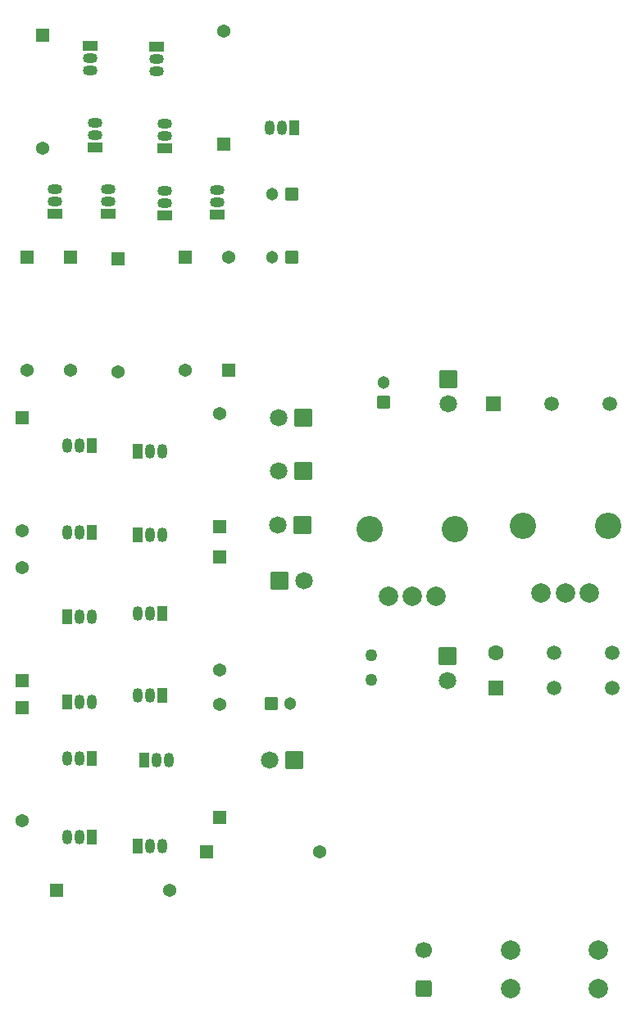
<source format=gbr>
%TF.GenerationSoftware,KiCad,Pcbnew,9.0.6*%
%TF.CreationDate,2025-11-22T15:54:34-05:00*%
%TF.ProjectId,Project_Final,50726f6a-6563-4745-9f46-696e616c2e6b,rev?*%
%TF.SameCoordinates,Original*%
%TF.FileFunction,Soldermask,Bot*%
%TF.FilePolarity,Negative*%
%FSLAX46Y46*%
G04 Gerber Fmt 4.6, Leading zero omitted, Abs format (unit mm)*
G04 Created by KiCad (PCBNEW 9.0.6) date 2025-11-22 15:54:34*
%MOMM*%
%LPD*%
G01*
G04 APERTURE LIST*
G04 Aperture macros list*
%AMRoundRect*
0 Rectangle with rounded corners*
0 $1 Rounding radius*
0 $2 $3 $4 $5 $6 $7 $8 $9 X,Y pos of 4 corners*
0 Add a 4 corners polygon primitive as box body*
4,1,4,$2,$3,$4,$5,$6,$7,$8,$9,$2,$3,0*
0 Add four circle primitives for the rounded corners*
1,1,$1+$1,$2,$3*
1,1,$1+$1,$4,$5*
1,1,$1+$1,$6,$7*
1,1,$1+$1,$8,$9*
0 Add four rect primitives between the rounded corners*
20,1,$1+$1,$2,$3,$4,$5,0*
20,1,$1+$1,$4,$5,$6,$7,0*
20,1,$1+$1,$6,$7,$8,$9,0*
20,1,$1+$1,$8,$9,$2,$3,0*%
G04 Aperture macros list end*
%ADD10R,1.371600X1.371600*%
%ADD11C,1.371600*%
%ADD12R,1.050000X1.500000*%
%ADD13O,1.050000X1.500000*%
%ADD14RoundRect,0.102000X0.550000X0.550000X-0.550000X0.550000X-0.550000X-0.550000X0.550000X-0.550000X0*%
%ADD15C,1.304000*%
%ADD16R,1.500000X1.050000*%
%ADD17O,1.500000X1.050000*%
%ADD18C,1.270000*%
%ADD19RoundRect,0.102000X0.802500X0.802500X-0.802500X0.802500X-0.802500X-0.802500X0.802500X-0.802500X0*%
%ADD20C,1.809000*%
%ADD21RoundRect,0.102000X0.550000X-0.550000X0.550000X0.550000X-0.550000X0.550000X-0.550000X-0.550000X0*%
%ADD22RoundRect,0.102000X-0.802500X-0.802500X0.802500X-0.802500X0.802500X0.802500X-0.802500X0.802500X0*%
%ADD23C,1.500000*%
%ADD24RoundRect,0.250000X0.550000X-0.550000X0.550000X0.550000X-0.550000X0.550000X-0.550000X-0.550000X0*%
%ADD25RoundRect,0.102000X-0.802500X0.802500X-0.802500X-0.802500X0.802500X-0.802500X0.802500X0.802500X0*%
%ADD26C,2.000000*%
%ADD27RoundRect,0.250000X0.600000X-0.600000X0.600000X0.600000X-0.600000X0.600000X-0.600000X-0.600000X0*%
%ADD28C,1.700000*%
%ADD29C,2.006600*%
%ADD30C,2.717800*%
%ADD31C,1.600000*%
%ADD32RoundRect,0.102000X-0.550000X-0.550000X0.550000X-0.550000X0.550000X0.550000X-0.550000X0.550000X0*%
G04 APERTURE END LIST*
D10*
%TO.C,R13*%
X68640000Y-44032000D03*
D11*
X68640000Y-55716000D03*
%TD*%
D12*
%TO.C,Q15*%
X80060000Y-64080000D03*
D13*
X81330000Y-64080000D03*
X82600000Y-64080000D03*
%TD*%
D14*
%TO.C,C1*%
X96000000Y-37500000D03*
D15*
X94000000Y-37500000D03*
%TD*%
D10*
%TO.C,R15*%
X68100000Y-60638000D03*
D11*
X68100000Y-72322000D03*
%TD*%
D16*
%TO.C,Q7*%
X82860000Y-32770000D03*
D17*
X82860000Y-31500000D03*
X82860000Y-30230000D03*
%TD*%
D18*
%TO.C,C2*%
X104200000Y-87690000D03*
X104200000Y-85190000D03*
%TD*%
D12*
%TO.C,Q19*%
X80060000Y-72710000D03*
D13*
X81330000Y-72710000D03*
X82600000Y-72710000D03*
%TD*%
D10*
%TO.C,R8*%
X88500000Y-101920000D03*
D11*
X88500000Y-90236000D03*
%TD*%
D12*
%TO.C,Q22*%
X72780000Y-81210000D03*
D13*
X74050000Y-81210000D03*
X75320000Y-81210000D03*
%TD*%
D12*
%TO.C,Q10*%
X75320000Y-104000000D03*
D13*
X74050000Y-104000000D03*
X72780000Y-104000000D03*
%TD*%
D19*
%TO.C,J5*%
X96270000Y-96000000D03*
D20*
X93730000Y-96000000D03*
%TD*%
D10*
%TO.C,R12*%
X88500000Y-71842000D03*
D11*
X88500000Y-60158000D03*
%TD*%
D21*
%TO.C,CPaddle1*%
X105500000Y-59000000D03*
D15*
X105500000Y-57000000D03*
%TD*%
D12*
%TO.C,Q11*%
X80060000Y-104860000D03*
D13*
X81330000Y-104860000D03*
X82600000Y-104860000D03*
%TD*%
D12*
%TO.C,Q21*%
X82600000Y-80850000D03*
D13*
X81330000Y-80850000D03*
X80060000Y-80850000D03*
%TD*%
D22*
%TO.C,J4*%
X94730000Y-77500000D03*
D20*
X97270000Y-77500000D03*
%TD*%
D10*
%TO.C,R16*%
X88500000Y-74974000D03*
D11*
X88500000Y-86658000D03*
%TD*%
D12*
%TO.C,Q14*%
X80730000Y-96000000D03*
D13*
X82000000Y-96000000D03*
X83270000Y-96000000D03*
%TD*%
D10*
%TO.C,R14*%
X73140000Y-44032000D03*
D11*
X73140000Y-55716000D03*
%TD*%
D23*
%TO.C,TP1*%
X122850000Y-59210000D03*
X128850000Y-59210000D03*
D24*
X116850000Y-59210000D03*
%TD*%
D12*
%TO.C,Q8*%
X96270000Y-30640000D03*
D13*
X95000000Y-30640000D03*
X93730000Y-30640000D03*
%TD*%
D12*
%TO.C,Q12*%
X75320000Y-95800000D03*
D13*
X74050000Y-95800000D03*
X72780000Y-95800000D03*
%TD*%
D16*
%TO.C,Q1*%
X71500000Y-39540000D03*
D17*
X71500000Y-38270000D03*
X71500000Y-37000000D03*
%TD*%
D16*
%TO.C,Q5*%
X82020000Y-22242000D03*
D17*
X82020000Y-23512000D03*
X82020000Y-24782000D03*
%TD*%
D25*
%TO.C,JPaddle1*%
X112160000Y-56640000D03*
D20*
X112160000Y-59180000D03*
%TD*%
D10*
%TO.C,R9*%
X71658000Y-109500000D03*
D11*
X83342000Y-109500000D03*
%TD*%
D10*
%TO.C,R4*%
X89500000Y-55684000D03*
D11*
X89500000Y-44000000D03*
%TD*%
D16*
%TO.C,Q9*%
X88278763Y-39651034D03*
D17*
X88278763Y-38381034D03*
X88278763Y-37111034D03*
%TD*%
D25*
%TO.C,JTestPoint1*%
X112080000Y-85270000D03*
D20*
X112080000Y-87810000D03*
%TD*%
D10*
%TO.C,R6*%
X78000000Y-44158000D03*
D11*
X78000000Y-55842000D03*
%TD*%
D12*
%TO.C,Q20*%
X75320000Y-72490000D03*
D13*
X74050000Y-72490000D03*
X72780000Y-72490000D03*
%TD*%
D12*
%TO.C,Q16*%
X82600000Y-89300000D03*
D13*
X81330000Y-89300000D03*
X80060000Y-89300000D03*
%TD*%
D10*
%TO.C,R7*%
X68100000Y-90578000D03*
D11*
X68100000Y-102262000D03*
%TD*%
D26*
%TO.C,JBattery1*%
X118620000Y-119670000D03*
X127620000Y-119670000D03*
X118620000Y-115670000D03*
X127620000Y-115670000D03*
D27*
X109620000Y-119670000D03*
D28*
X109620000Y-115670000D03*
%TD*%
D16*
%TO.C,Q2*%
X75698000Y-32698000D03*
D17*
X75698000Y-31428000D03*
X75698000Y-30158000D03*
%TD*%
D29*
%TO.C,R1*%
X105947800Y-79105386D03*
X108437000Y-79105386D03*
X110926200Y-79105386D03*
D30*
X104036800Y-72105386D03*
X112837200Y-72105386D03*
%TD*%
D23*
%TO.C,RLoad1*%
X123080000Y-88540000D03*
X129080000Y-88540000D03*
X123080000Y-84940000D03*
X129080000Y-84940000D03*
D24*
X117080000Y-88540000D03*
D31*
X117080000Y-84940000D03*
%TD*%
D19*
%TO.C,J2*%
X97167500Y-66100000D03*
D20*
X94627500Y-66100000D03*
%TD*%
D10*
%TO.C,R5*%
X89000000Y-32342000D03*
D11*
X89000000Y-20658000D03*
%TD*%
D16*
%TO.C,Q6*%
X82860000Y-39666000D03*
D17*
X82860000Y-38396000D03*
X82860000Y-37126000D03*
%TD*%
D16*
%TO.C,Q4*%
X75160000Y-22170000D03*
D17*
X75160000Y-23440000D03*
X75160000Y-24710000D03*
%TD*%
D16*
%TO.C,Q3*%
X77000000Y-39540000D03*
D17*
X77000000Y-38270000D03*
X77000000Y-37000000D03*
%TD*%
D10*
%TO.C,R17*%
X68100000Y-87822000D03*
D11*
X68100000Y-76138000D03*
%TD*%
D12*
%TO.C,Q18*%
X75320000Y-63490000D03*
D13*
X74050000Y-63490000D03*
X72780000Y-63490000D03*
%TD*%
D29*
%TO.C,R2*%
X121757800Y-78775386D03*
X124247000Y-78775386D03*
X126736200Y-78775386D03*
D30*
X119846800Y-71775386D03*
X128647200Y-71775386D03*
%TD*%
D32*
%TO.C,CByPass1*%
X93850000Y-90170000D03*
D15*
X95850000Y-90170000D03*
%TD*%
D10*
%TO.C,R10*%
X87158000Y-105500000D03*
D11*
X98842000Y-105500000D03*
%TD*%
D10*
%TO.C,R11*%
X70210000Y-21058000D03*
D11*
X70210000Y-32742000D03*
%TD*%
D10*
%TO.C,R3*%
X85000000Y-44000000D03*
D11*
X85000000Y-55684000D03*
%TD*%
D19*
%TO.C,J3*%
X97130000Y-71730000D03*
D20*
X94590000Y-71730000D03*
%TD*%
D14*
%TO.C,C3*%
X96000000Y-44000000D03*
D15*
X94000000Y-44000000D03*
%TD*%
D19*
%TO.C,J1*%
X97167500Y-60610000D03*
D20*
X94627500Y-60610000D03*
%TD*%
D12*
%TO.C,Q13*%
X72780000Y-89990000D03*
D13*
X74050000Y-89990000D03*
X75320000Y-89990000D03*
%TD*%
M02*

</source>
